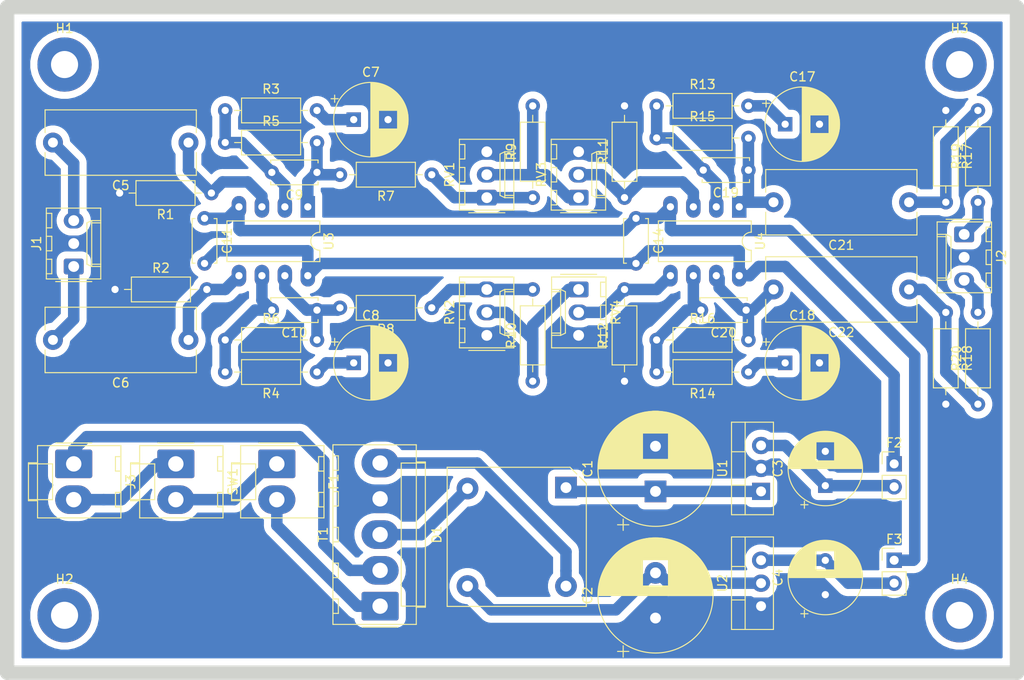
<source format=kicad_pcb>
(kicad_pcb (version 20171130) (host pcbnew 5.1.5+dfsg1-2build2)
  (layers (0 F.Cu signal) (31 B.Cu signal) (34 B.Paste user) (35 F.Paste user) (36 B.SilkS user) (37 F.SilkS user) (38 B.Mask user) (39 F.Mask user) (44 Edge.Cuts user))
  (net 0 "")
  (net 1 GND)
  (net 2 "Net-(C1-Pad1)")
  (net 3 "Net-(C2-Pad2)")
  (net 4 "Net-(C3-Pad1)")
  (net 5 "Net-(C4-Pad2)")
  (net 6 "Net-(C5-Pad2)")
  (net 7 "Net-(C5-Pad1)")
  (net 8 "Net-(C6-Pad2)")
  (net 9 "Net-(C6-Pad1)")
  (net 10 "Net-(C7-Pad1)")
  (net 11 "Net-(C8-Pad1)")
  (net 12 "Net-(C9-Pad2)")
  (net 13 "Net-(C9-Pad1)")
  (net 14 "Net-(C10-Pad2)")
  (net 15 "Net-(C10-Pad1)")
  (net 16 "/power supply/V+")
  (net 17 "/power supply/V-")
  (net 18 "Net-(C17-Pad1)")
  (net 19 "Net-(C18-Pad1)")
  (net 20 "Net-(C19-Pad2)")
  (net 21 "Net-(C19-Pad1)")
  (net 22 "Net-(C20-Pad2)")
  (net 23 "Net-(C20-Pad1)")
  (net 24 "Net-(C21-Pad1)")
  (net 25 "Net-(C22-Pad1)")
  (net 26 "Net-(D1-Pad2)")
  (net 27 "Net-(J2-Pad3)")
  (net 28 "Net-(J2-Pad1)")
  (net 29 "Net-(R7-Pad1)")
  (net 30 "Net-(R10-Pad2)")
  (net 31 "Net-(R9-Pad2)")
  (net 32 "Net-(R10-Pad1)")
  (net 33 "Net-(R11-Pad1)")
  (net 34 "Net-(R12-Pad2)")
  (net 35 "Net-(F1-Pad2)")
  (net 36 "Net-(F1-Pad1)")
  (net 37 "Net-(J3-Pad2)")
  (net 38 "Net-(J3-Pad1)")
  (net 39 "Net-(D1-Pad4)")
  (module Connector_Molex:Molex_KK-396_A-41791-0002_1x02_P3.96mm_Vertical (layer F.Cu) (at 94.996 107.696 270)
    (fp_text reference J3 (at 1.98 -6.31 90) (layer F.SilkS))
    (fp_text value Conn_01x02)
    (pad 2 thru_hole oval (at 3.96 0 270) (size 3.16 4.1) (drill 1.7) (layers *.Cu *.Mask) (net 37 "Net-(J3-Pad2)"))
    (pad 1 thru_hole roundrect (at 0 0 270) (size 3.16 4.1) (drill 1.7) (layers *.Cu *.Mask) (roundrect_rratio 0.079114) (net 38 "Net-(J3-Pad1)"))
  )
  (module Connector_Molex:Molex_KK-396_A-41791-0002_1x02_P3.96mm_Vertical (layer F.Cu) (at 117.475 107.696 270)
    (fp_text reference F1 (at 1.98 -6.31 90) (layer F.SilkS))
    (fp_text value "0.5 AMP")
    (pad 2 thru_hole oval (at 3.96 0 270) (size 3.16 4.1) (drill 1.7) (layers *.Cu *.Mask) (net 35 "Net-(F1-Pad2)"))
    (pad 1 thru_hole roundrect (at 0 0 270) (size 3.16 4.1) (drill 1.7) (layers *.Cu *.Mask) (roundrect_rratio 0.079114) (net 36 "Net-(F1-Pad1)"))
  )
  (module MountingHole:MountingHole_3mm_Pad (layer F.Cu) (at 193.04 124.46)
    (fp_text reference H4 (at 0 -4) (layer F.SilkS))
    (fp_text value MountingHole)
    (pad 1 thru_hole circle (at 0 0) (size 6 6) (drill 3) (layers *.Cu *.Mask))
  )
  (module MountingHole:MountingHole_3mm_Pad (layer F.Cu) (at 193.04 63.5)
    (fp_text reference H3 (at 0 -4) (layer F.SilkS))
    (fp_text value MountingHole)
    (pad 1 thru_hole circle (at 0 0) (size 6 6) (drill 3) (layers *.Cu *.Mask))
  )
  (module MountingHole:MountingHole_3mm_Pad (layer F.Cu) (at 93.98 124.46)
    (fp_text reference H2 (at 0 -4) (layer F.SilkS))
    (fp_text value MountingHole)
    (pad 1 thru_hole circle (at 0 0) (size 6 6) (drill 3) (layers *.Cu *.Mask))
  )
  (module MountingHole:MountingHole_3mm_Pad (layer F.Cu) (at 93.98 63.5)
    (fp_text reference H1 (at 0 -4) (layer F.SilkS))
    (fp_text value MountingHole)
    (pad 1 thru_hole circle (at 0 0) (size 6 6) (drill 3) (layers *.Cu *.Mask))
  )
  (module Connector_Molex:Molex_KK-254_AE-6410-03A_1x03_P2.54mm_Vertical (layer F.Cu) (at 150.876 88.392 270)
    (fp_text reference RV4 (at 2.54 -4.12 90) (layer F.SilkS))
    (fp_text value R_POT)
    (pad 3 thru_hole oval (at 5.08 0 270) (size 1.74 2.2) (drill 1.2) (layers *.Cu *.Mask) (net 1 GND))
    (pad 2 thru_hole oval (at 2.54 0 270) (size 1.74 2.2) (drill 1.2) (layers *.Cu *.Mask) (net 34 "Net-(R12-Pad2)"))
    (pad 1 thru_hole roundrect (at 0 0 270) (size 1.74 2.2) (drill 1.2) (layers *.Cu *.Mask) (roundrect_rratio 0.143678) (net 32 "Net-(R10-Pad1)"))
  )
  (module Connector_Molex:Molex_KK-254_AE-6410-03A_1x03_P2.54mm_Vertical (layer F.Cu) (at 150.876 78.232 90)
    (fp_text reference RV3 (at 2.54 -4.12 90) (layer F.SilkS))
    (fp_text value R_POT)
    (pad 3 thru_hole oval (at 5.08 0 90) (size 1.74 2.2) (drill 1.2) (layers *.Cu *.Mask) (net 1 GND))
    (pad 2 thru_hole oval (at 2.54 0 90) (size 1.74 2.2) (drill 1.2) (layers *.Cu *.Mask) (net 33 "Net-(R11-Pad1)"))
    (pad 1 thru_hole roundrect (at 0 0 90) (size 1.74 2.2) (drill 1.2) (layers *.Cu *.Mask) (roundrect_rratio 0.143678) (net 31 "Net-(R9-Pad2)"))
  )
  (module Connector_Molex:Molex_KK-254_AE-6410-03A_1x03_P2.54mm_Vertical (layer F.Cu) (at 140.716 93.472 90)
    (fp_text reference RV2 (at 2.54 -4.12 90) (layer F.SilkS))
    (fp_text value R_POT)
    (pad 3 thru_hole oval (at 5.08 0 90) (size 1.74 2.2) (drill 1.2) (layers *.Cu *.Mask) (net 30 "Net-(R10-Pad2)"))
    (pad 2 thru_hole oval (at 2.54 0 90) (size 1.74 2.2) (drill 1.2) (layers *.Cu *.Mask) (net 32 "Net-(R10-Pad1)"))
    (pad 1 thru_hole roundrect (at 0 0 90) (size 1.74 2.2) (drill 1.2) (layers *.Cu *.Mask) (roundrect_rratio 0.143678) (net 1 GND))
  )
  (module Connector_Molex:Molex_KK-254_AE-6410-03A_1x03_P2.54mm_Vertical (layer F.Cu) (at 140.716 78.232 90)
    (fp_text reference RV1 (at 2.54 -4.12 90) (layer F.SilkS))
    (fp_text value R_POT)
    (pad 3 thru_hole oval (at 5.08 0 90) (size 1.74 2.2) (drill 1.2) (layers *.Cu *.Mask) (net 1 GND))
    (pad 2 thru_hole oval (at 2.54 0 90) (size 1.74 2.2) (drill 1.2) (layers *.Cu *.Mask) (net 31 "Net-(R9-Pad2)"))
    (pad 1 thru_hole roundrect (at 0 0 90) (size 1.74 2.2) (drill 1.2) (layers *.Cu *.Mask) (roundrect_rratio 0.143678) (net 29 "Net-(R7-Pad1)"))
  )
  (module Connector_Molex:Molex_KK-396_A-41791-0005_1x05_P3.96mm_Vertical (layer F.Cu) (at 128.905 123.444 90)
    (fp_text reference T1 (at 7.92 -6.31 90) (layer F.SilkS))
    (fp_text value Transformer_1P_SS)
    (pad 5 thru_hole oval (at 15.84 0 90) (size 3.16 4.1) (drill 1.7) (layers *.Cu *.Mask) (net 39 "Net-(D1-Pad4)"))
    (pad 4 thru_hole oval (at 11.88 0 90) (size 3.16 4.1) (drill 1.7) (layers *.Cu *.Mask) (net 1 GND))
    (pad 3 thru_hole oval (at 7.92 0 90) (size 3.16 4.1) (drill 1.7) (layers *.Cu *.Mask) (net 26 "Net-(D1-Pad2)"))
    (pad 2 thru_hole oval (at 3.96 0 90) (size 3.16 4.1) (drill 1.7) (layers *.Cu *.Mask) (net 38 "Net-(J3-Pad1)"))
    (pad 1 thru_hole roundrect (at 0 0 90) (size 3.16 4.1) (drill 1.7) (layers *.Cu *.Mask) (roundrect_rratio 0.079114) (net 35 "Net-(F1-Pad2)"))
  )
  (module Connector_Molex:Molex_KK-396_A-41791-0002_1x02_P3.96mm_Vertical (layer F.Cu) (at 106.299 107.696 270)
    (fp_text reference SW1 (at 1.98 -6.31 90) (layer F.SilkS))
    (fp_text value SW_SPST)
    (pad 2 thru_hole oval (at 3.96 0 270) (size 3.16 4.1) (drill 1.7) (layers *.Cu *.Mask) (net 36 "Net-(F1-Pad1)"))
    (pad 1 thru_hole roundrect (at 0 0 270) (size 3.16 4.1) (drill 1.7) (layers *.Cu *.Mask) (roundrect_rratio 0.079114) (net 37 "Net-(J3-Pad2)"))
  )
  (module Package_DIP:DIP-8_W7.62mm_LongPads (layer F.Cu) (at 168.656 79.248 270)
    (fp_text reference U4 (at 3.81 -2.33 90) (layer F.SilkS))
    (fp_text value NE5532)
    (pad 8 thru_hole oval (at 7.62 0 270) (size 2.4 1.6) (drill 0.8) (layers *.Cu *.Mask) (net 16 "/power supply/V+"))
    (pad 4 thru_hole oval (at 0 7.62 270) (size 2.4 1.6) (drill 0.8) (layers *.Cu *.Mask) (net 17 "/power supply/V-"))
    (pad 7 thru_hole oval (at 7.62 2.54 270) (size 2.4 1.6) (drill 0.8) (layers *.Cu *.Mask) (net 23 "Net-(C20-Pad1)"))
    (pad 3 thru_hole oval (at 0 5.08 270) (size 2.4 1.6) (drill 0.8) (layers *.Cu *.Mask) (net 33 "Net-(R11-Pad1)"))
    (pad 6 thru_hole oval (at 7.62 5.08 270) (size 2.4 1.6) (drill 0.8) (layers *.Cu *.Mask) (net 22 "Net-(C20-Pad2)"))
    (pad 2 thru_hole oval (at 0 2.54 270) (size 2.4 1.6) (drill 0.8) (layers *.Cu *.Mask) (net 20 "Net-(C19-Pad2)"))
    (pad 5 thru_hole oval (at 7.62 7.62 270) (size 2.4 1.6) (drill 0.8) (layers *.Cu *.Mask) (net 34 "Net-(R12-Pad2)"))
    (pad 1 thru_hole rect (at 0 0 270) (size 2.4 1.6) (drill 0.8) (layers *.Cu *.Mask) (net 21 "Net-(C19-Pad1)"))
  )
  (module Package_DIP:DIP-8_W7.62mm_LongPads (layer F.Cu) (at 120.904 79.248 270)
    (fp_text reference U3 (at 3.81 -2.33 90) (layer F.SilkS))
    (fp_text value NE5532)
    (pad 8 thru_hole oval (at 7.62 0 270) (size 2.4 1.6) (drill 0.8) (layers *.Cu *.Mask) (net 16 "/power supply/V+"))
    (pad 4 thru_hole oval (at 0 7.62 270) (size 2.4 1.6) (drill 0.8) (layers *.Cu *.Mask) (net 17 "/power supply/V-"))
    (pad 7 thru_hole oval (at 7.62 2.54 270) (size 2.4 1.6) (drill 0.8) (layers *.Cu *.Mask) (net 15 "Net-(C10-Pad1)"))
    (pad 3 thru_hole oval (at 0 5.08 270) (size 2.4 1.6) (drill 0.8) (layers *.Cu *.Mask) (net 7 "Net-(C5-Pad1)"))
    (pad 6 thru_hole oval (at 7.62 5.08 270) (size 2.4 1.6) (drill 0.8) (layers *.Cu *.Mask) (net 14 "Net-(C10-Pad2)"))
    (pad 2 thru_hole oval (at 0 2.54 270) (size 2.4 1.6) (drill 0.8) (layers *.Cu *.Mask) (net 12 "Net-(C9-Pad2)"))
    (pad 5 thru_hole oval (at 7.62 7.62 270) (size 2.4 1.6) (drill 0.8) (layers *.Cu *.Mask) (net 9 "Net-(C6-Pad1)"))
    (pad 1 thru_hole rect (at 0 0 270) (size 2.4 1.6) (drill 0.8) (layers *.Cu *.Mask) (net 13 "Net-(C9-Pad1)"))
  )
  (module Package_TO_SOT_THT:TO-220-3_Vertical (layer F.Cu) (at 171.069 123.444 90)
    (fp_text reference U2 (at 2.54 -4.27 90) (layer F.SilkS))
    (fp_text value L7909)
    (pad 3 thru_hole oval (at 5.08 0 90) (size 1.905 2) (drill 1.1) (layers *.Cu *.Mask) (net 5 "Net-(C4-Pad2)"))
    (pad 2 thru_hole oval (at 2.54 0 90) (size 1.905 2) (drill 1.1) (layers *.Cu *.Mask) (net 3 "Net-(C2-Pad2)"))
    (pad 1 thru_hole rect (at 0 0 90) (size 1.905 2) (drill 1.1) (layers *.Cu *.Mask) (net 1 GND))
  )
  (module Package_TO_SOT_THT:TO-220-3_Vertical (layer F.Cu) (at 171.069 110.744 90)
    (fp_text reference U1 (at 2.54 -4.27 90) (layer F.SilkS))
    (fp_text value L7809)
    (pad 3 thru_hole oval (at 5.08 0 90) (size 1.905 2) (drill 1.1) (layers *.Cu *.Mask) (net 4 "Net-(C3-Pad1)"))
    (pad 2 thru_hole oval (at 2.54 0 90) (size 1.905 2) (drill 1.1) (layers *.Cu *.Mask) (net 1 GND))
    (pad 1 thru_hole rect (at 0 0 90) (size 1.905 2) (drill 1.1) (layers *.Cu *.Mask) (net 2 "Net-(C1-Pad1)"))
  )
  (module Resistor_THT:R_Axial_DIN0207_L6.3mm_D2.5mm_P10.16mm_Horizontal (layer F.Cu) (at 195.072 101.092 90)
    (fp_text reference R20 (at 5.08 -2.37 90) (layer F.SilkS))
    (fp_text value 100)
    (pad 2 thru_hole oval (at 10.16 0 90) (size 1.6 1.6) (drill 0.8) (layers *.Cu *.Mask) (net 27 "Net-(J2-Pad3)"))
    (pad 1 thru_hole circle (at 0 0 90) (size 1.6 1.6) (drill 0.8) (layers *.Cu *.Mask) (net 25 "Net-(C22-Pad1)"))
  )
  (module Resistor_THT:R_Axial_DIN0207_L6.3mm_D2.5mm_P10.16mm_Horizontal (layer F.Cu) (at 195.072 78.74 90)
    (fp_text reference R19 (at 5.08 -2.37 90) (layer F.SilkS))
    (fp_text value 100)
    (pad 2 thru_hole oval (at 10.16 0 90) (size 1.6 1.6) (drill 0.8) (layers *.Cu *.Mask) (net 24 "Net-(C21-Pad1)"))
    (pad 1 thru_hole circle (at 0 0 90) (size 1.6 1.6) (drill 0.8) (layers *.Cu *.Mask) (net 28 "Net-(J2-Pad1)"))
  )
  (module Resistor_THT:R_Axial_DIN0207_L6.3mm_D2.5mm_P10.16mm_Horizontal (layer F.Cu) (at 191.516 90.932 270)
    (fp_text reference R18 (at 5.08 -2.37 90) (layer F.SilkS))
    (fp_text value 100K)
    (pad 2 thru_hole oval (at 10.16 0 270) (size 1.6 1.6) (drill 0.8) (layers *.Cu *.Mask) (net 1 GND))
    (pad 1 thru_hole circle (at 0 0 270) (size 1.6 1.6) (drill 0.8) (layers *.Cu *.Mask) (net 25 "Net-(C22-Pad1)"))
  )
  (module Resistor_THT:R_Axial_DIN0207_L6.3mm_D2.5mm_P10.16mm_Horizontal (layer F.Cu) (at 191.516 68.58 270)
    (fp_text reference R17 (at 5.08 -2.37 90) (layer F.SilkS))
    (fp_text value 100K)
    (pad 2 thru_hole oval (at 10.16 0 270) (size 1.6 1.6) (drill 0.8) (layers *.Cu *.Mask) (net 24 "Net-(C21-Pad1)"))
    (pad 1 thru_hole circle (at 0 0 270) (size 1.6 1.6) (drill 0.8) (layers *.Cu *.Mask) (net 1 GND))
  )
  (module Resistor_THT:R_Axial_DIN0207_L6.3mm_D2.5mm_P10.16mm_Horizontal (layer F.Cu) (at 159.512 93.98)
    (fp_text reference R16 (at 5.08 -2.37) (layer F.SilkS))
    (fp_text value 15K)
    (pad 2 thru_hole oval (at 10.16 0) (size 1.6 1.6) (drill 0.8) (layers *.Cu *.Mask) (net 23 "Net-(C20-Pad1)"))
    (pad 1 thru_hole circle (at 0 0) (size 1.6 1.6) (drill 0.8) (layers *.Cu *.Mask) (net 22 "Net-(C20-Pad2)"))
  )
  (module Resistor_THT:R_Axial_DIN0207_L6.3mm_D2.5mm_P10.16mm_Horizontal (layer F.Cu) (at 159.512 71.628)
    (fp_text reference R15 (at 5.08 -2.37) (layer F.SilkS))
    (fp_text value 15K)
    (pad 2 thru_hole oval (at 10.16 0) (size 1.6 1.6) (drill 0.8) (layers *.Cu *.Mask) (net 21 "Net-(C19-Pad1)"))
    (pad 1 thru_hole circle (at 0 0) (size 1.6 1.6) (drill 0.8) (layers *.Cu *.Mask) (net 20 "Net-(C19-Pad2)"))
  )
  (module Resistor_THT:R_Axial_DIN0207_L6.3mm_D2.5mm_P10.16mm_Horizontal (layer F.Cu) (at 169.672 97.536 180)
    (fp_text reference R14 (at 5.08 -2.37) (layer F.SilkS))
    (fp_text value 10K)
    (pad 2 thru_hole oval (at 10.16 0 180) (size 1.6 1.6) (drill 0.8) (layers *.Cu *.Mask) (net 22 "Net-(C20-Pad2)"))
    (pad 1 thru_hole circle (at 0 0 180) (size 1.6 1.6) (drill 0.8) (layers *.Cu *.Mask) (net 19 "Net-(C18-Pad1)"))
  )
  (module Resistor_THT:R_Axial_DIN0207_L6.3mm_D2.5mm_P10.16mm_Horizontal (layer F.Cu) (at 159.512 68.072)
    (fp_text reference R13 (at 5.08 -2.37) (layer F.SilkS))
    (fp_text value 10K)
    (pad 2 thru_hole oval (at 10.16 0) (size 1.6 1.6) (drill 0.8) (layers *.Cu *.Mask) (net 18 "Net-(C17-Pad1)"))
    (pad 1 thru_hole circle (at 0 0) (size 1.6 1.6) (drill 0.8) (layers *.Cu *.Mask) (net 20 "Net-(C19-Pad2)"))
  )
  (module Resistor_THT:R_Axial_DIN0207_L6.3mm_D2.5mm_P10.16mm_Horizontal (layer F.Cu) (at 155.956 98.552 90)
    (fp_text reference R12 (at 5.08 -2.37 90) (layer F.SilkS))
    (fp_text value 10K)
    (pad 2 thru_hole oval (at 10.16 0 90) (size 1.6 1.6) (drill 0.8) (layers *.Cu *.Mask) (net 34 "Net-(R12-Pad2)"))
    (pad 1 thru_hole circle (at 0 0 90) (size 1.6 1.6) (drill 0.8) (layers *.Cu *.Mask) (net 1 GND))
  )
  (module Resistor_THT:R_Axial_DIN0207_L6.3mm_D2.5mm_P10.16mm_Horizontal (layer F.Cu) (at 155.956 78.232 90)
    (fp_text reference R11 (at 5.08 -2.37 90) (layer F.SilkS))
    (fp_text value 10K)
    (pad 2 thru_hole oval (at 10.16 0 90) (size 1.6 1.6) (drill 0.8) (layers *.Cu *.Mask) (net 1 GND))
    (pad 1 thru_hole circle (at 0 0 90) (size 1.6 1.6) (drill 0.8) (layers *.Cu *.Mask) (net 33 "Net-(R11-Pad1)"))
  )
  (module Resistor_THT:R_Axial_DIN0207_L6.3mm_D2.5mm_P10.16mm_Horizontal (layer F.Cu) (at 145.796 98.552 90)
    (fp_text reference R10 (at 5.08 -2.37 90) (layer F.SilkS))
    (fp_text value 1K5)
    (pad 2 thru_hole oval (at 10.16 0 90) (size 1.6 1.6) (drill 0.8) (layers *.Cu *.Mask) (net 30 "Net-(R10-Pad2)"))
    (pad 1 thru_hole circle (at 0 0 90) (size 1.6 1.6) (drill 0.8) (layers *.Cu *.Mask) (net 32 "Net-(R10-Pad1)"))
  )
  (module Resistor_THT:R_Axial_DIN0207_L6.3mm_D2.5mm_P10.16mm_Horizontal (layer F.Cu) (at 145.796 78.232 90)
    (fp_text reference R9 (at 5.08 -2.37 90) (layer F.SilkS))
    (fp_text value 1K5)
    (pad 2 thru_hole oval (at 10.16 0 90) (size 1.6 1.6) (drill 0.8) (layers *.Cu *.Mask) (net 31 "Net-(R9-Pad2)"))
    (pad 1 thru_hole circle (at 0 0 90) (size 1.6 1.6) (drill 0.8) (layers *.Cu *.Mask) (net 29 "Net-(R7-Pad1)"))
  )
  (module Resistor_THT:R_Axial_DIN0207_L6.3mm_D2.5mm_P10.16mm_Horizontal (layer F.Cu) (at 134.62 90.424 180)
    (fp_text reference R8 (at 5.08 -2.37) (layer F.SilkS))
    (fp_text value 150)
    (pad 2 thru_hole oval (at 10.16 0 180) (size 1.6 1.6) (drill 0.8) (layers *.Cu *.Mask) (net 15 "Net-(C10-Pad1)"))
    (pad 1 thru_hole circle (at 0 0 180) (size 1.6 1.6) (drill 0.8) (layers *.Cu *.Mask) (net 30 "Net-(R10-Pad2)"))
  )
  (module Resistor_THT:R_Axial_DIN0207_L6.3mm_D2.5mm_P10.16mm_Horizontal (layer F.Cu) (at 134.62 75.692 180)
    (fp_text reference R7 (at 5.08 -2.37) (layer F.SilkS))
    (fp_text value 150)
    (pad 2 thru_hole oval (at 10.16 0 180) (size 1.6 1.6) (drill 0.8) (layers *.Cu *.Mask) (net 13 "Net-(C9-Pad1)"))
    (pad 1 thru_hole circle (at 0 0 180) (size 1.6 1.6) (drill 0.8) (layers *.Cu *.Mask) (net 29 "Net-(R7-Pad1)"))
  )
  (module Resistor_THT:R_Axial_DIN0207_L6.3mm_D2.5mm_P10.16mm_Horizontal (layer F.Cu) (at 111.76 93.98)
    (fp_text reference R6 (at 5.08 -2.37) (layer F.SilkS))
    (fp_text value 22K)
    (pad 2 thru_hole oval (at 10.16 0) (size 1.6 1.6) (drill 0.8) (layers *.Cu *.Mask) (net 15 "Net-(C10-Pad1)"))
    (pad 1 thru_hole circle (at 0 0) (size 1.6 1.6) (drill 0.8) (layers *.Cu *.Mask) (net 14 "Net-(C10-Pad2)"))
  )
  (module Resistor_THT:R_Axial_DIN0207_L6.3mm_D2.5mm_P10.16mm_Horizontal (layer F.Cu) (at 111.76 72.136)
    (fp_text reference R5 (at 5.08 -2.37) (layer F.SilkS))
    (fp_text value 22K)
    (pad 2 thru_hole oval (at 10.16 0) (size 1.6 1.6) (drill 0.8) (layers *.Cu *.Mask) (net 13 "Net-(C9-Pad1)"))
    (pad 1 thru_hole circle (at 0 0) (size 1.6 1.6) (drill 0.8) (layers *.Cu *.Mask) (net 12 "Net-(C9-Pad2)"))
  )
  (module Resistor_THT:R_Axial_DIN0207_L6.3mm_D2.5mm_P10.16mm_Horizontal (layer F.Cu) (at 121.92 97.536 180)
    (fp_text reference R4 (at 5.08 -2.37) (layer F.SilkS))
    (fp_text value 10K)
    (pad 2 thru_hole oval (at 10.16 0 180) (size 1.6 1.6) (drill 0.8) (layers *.Cu *.Mask) (net 14 "Net-(C10-Pad2)"))
    (pad 1 thru_hole circle (at 0 0 180) (size 1.6 1.6) (drill 0.8) (layers *.Cu *.Mask) (net 11 "Net-(C8-Pad1)"))
  )
  (module Resistor_THT:R_Axial_DIN0207_L6.3mm_D2.5mm_P10.16mm_Horizontal (layer F.Cu) (at 111.76 68.58)
    (fp_text reference R3 (at 5.08 -2.37) (layer F.SilkS))
    (fp_text value 10K)
    (pad 2 thru_hole oval (at 10.16 0) (size 1.6 1.6) (drill 0.8) (layers *.Cu *.Mask) (net 10 "Net-(C7-Pad1)"))
    (pad 1 thru_hole circle (at 0 0) (size 1.6 1.6) (drill 0.8) (layers *.Cu *.Mask) (net 12 "Net-(C9-Pad2)"))
  )
  (module Resistor_THT:R_Axial_DIN0207_L6.3mm_D2.5mm_P10.16mm_Horizontal (layer F.Cu) (at 99.568 88.392)
    (fp_text reference R2 (at 5.08 -2.37) (layer F.SilkS))
    (fp_text value 1M)
    (pad 2 thru_hole oval (at 10.16 0) (size 1.6 1.6) (drill 0.8) (layers *.Cu *.Mask) (net 9 "Net-(C6-Pad1)"))
    (pad 1 thru_hole circle (at 0 0) (size 1.6 1.6) (drill 0.8) (layers *.Cu *.Mask) (net 1 GND))
  )
  (module Resistor_THT:R_Axial_DIN0207_L6.3mm_D2.5mm_P10.16mm_Horizontal (layer F.Cu) (at 110.236 77.724 180)
    (fp_text reference R1 (at 5.08 -2.37) (layer F.SilkS))
    (fp_text value 1M)
    (pad 2 thru_hole oval (at 10.16 0 180) (size 1.6 1.6) (drill 0.8) (layers *.Cu *.Mask) (net 1 GND))
    (pad 1 thru_hole circle (at 0 0 180) (size 1.6 1.6) (drill 0.8) (layers *.Cu *.Mask) (net 7 "Net-(C5-Pad1)"))
  )
  (module Connector_Molex:Molex_KK-254_AE-6410-03A_1x03_P2.54mm_Vertical (layer F.Cu) (at 193.548 82.296 270)
    (fp_text reference J2 (at 2.54 -4.12 90) (layer F.SilkS))
    (fp_text value Conn_01x03)
    (pad 3 thru_hole oval (at 5.08 0 270) (size 1.74 2.2) (drill 1.2) (layers *.Cu *.Mask) (net 27 "Net-(J2-Pad3)"))
    (pad 2 thru_hole oval (at 2.54 0 270) (size 1.74 2.2) (drill 1.2) (layers *.Cu *.Mask) (net 1 GND))
    (pad 1 thru_hole roundrect (at 0 0 270) (size 1.74 2.2) (drill 1.2) (layers *.Cu *.Mask) (roundrect_rratio 0.143678) (net 28 "Net-(J2-Pad1)"))
  )
  (module Connector_Molex:Molex_KK-254_AE-6410-03A_1x03_P2.54mm_Vertical (layer F.Cu) (at 94.996 85.852 90)
    (fp_text reference J1 (at 2.54 -4.12 90) (layer F.SilkS))
    (fp_text value Conn_01x03)
    (pad 3 thru_hole oval (at 5.08 0 90) (size 1.74 2.2) (drill 1.2) (layers *.Cu *.Mask) (net 6 "Net-(C5-Pad2)"))
    (pad 2 thru_hole oval (at 2.54 0 90) (size 1.74 2.2) (drill 1.2) (layers *.Cu *.Mask) (net 1 GND))
    (pad 1 thru_hole roundrect (at 0 0 90) (size 1.74 2.2) (drill 1.2) (layers *.Cu *.Mask) (roundrect_rratio 0.143678) (net 8 "Net-(C6-Pad2)"))
  )
  (module Connector_PinHeader_2.54mm:PinHeader_1x02_P2.54mm_Vertical (layer F.Cu) (at 185.801 118.364)
    (fp_text reference F3 (at 0 -2.33) (layer F.SilkS))
    (fp_text value "0.1 AMP")
    (pad 2 thru_hole oval (at 0 2.54) (size 1.7 1.7) (drill 1) (layers *.Cu *.Mask) (net 5 "Net-(C4-Pad2)"))
    (pad 1 thru_hole rect (at 0 0) (size 1.7 1.7) (drill 1) (layers *.Cu *.Mask) (net 17 "/power supply/V-"))
  )
  (module Connector_PinHeader_2.54mm:PinHeader_1x02_P2.54mm_Vertical (layer F.Cu) (at 185.801 107.696)
    (fp_text reference F2 (at 0 -2.33) (layer F.SilkS))
    (fp_text value "0.1 AMP")
    (pad 2 thru_hole oval (at 0 2.54) (size 1.7 1.7) (drill 1) (layers *.Cu *.Mask) (net 4 "Net-(C3-Pad1)"))
    (pad 1 thru_hole rect (at 0 0) (size 1.7 1.7) (drill 1) (layers *.Cu *.Mask) (net 16 "/power supply/V+"))
  )
  (module Diode_THT:Diode_Bridge_15.1x15.1x6.3mm_P10.9mm (layer F.Cu) (at 149.479 110.324 270)
    (fp_text reference D1 (at 5.2 14.3 270) (layer F.SilkS))
    (fp_text value D_Bridge_+AA-)
    (pad 2 thru_hole circle (at 0.1 10.9 90) (size 2.4 2.4) (drill 1.2) (layers *.Cu *.Mask) (net 26 "Net-(D1-Pad2)"))
    (pad 1 thru_hole rect (at 0 0 90) (size 2.4 2.4) (drill 1.2) (layers *.Cu *.Mask) (net 2 "Net-(C1-Pad1)"))
    (pad 4 thru_hole circle (at 10.9 0 90) (size 2.4 2.4) (drill 1.2) (layers *.Cu *.Mask) (net 39 "Net-(D1-Pad4)"))
    (pad 3 thru_hole circle (at 10.9 10.9 90) (size 2.4 2.4) (drill 1.2) (layers *.Cu *.Mask) (net 3 "Net-(C2-Pad2)"))
  )
  (module Capacitor_THT:C_Rect_L16.5mm_W7.0mm_P15.00mm_MKT (layer F.Cu) (at 187.452 88.392 180)
    (fp_text reference C22 (at 7.5 -4.75) (layer F.SilkS))
    (fp_text value 1UF)
    (pad 2 thru_hole circle (at 15 0 180) (size 2.2 2.2) (drill 1.1) (layers *.Cu *.Mask) (net 23 "Net-(C20-Pad1)"))
    (pad 1 thru_hole circle (at 0 0 180) (size 2.2 2.2) (drill 1.1) (layers *.Cu *.Mask) (net 25 "Net-(C22-Pad1)"))
  )
  (module Capacitor_THT:C_Rect_L16.5mm_W7.0mm_P15.00mm_MKT (layer F.Cu) (at 187.452 78.74 180)
    (fp_text reference C21 (at 7.5 -4.75) (layer F.SilkS))
    (fp_text value 1UF)
    (pad 2 thru_hole circle (at 15 0 180) (size 2.2 2.2) (drill 1.1) (layers *.Cu *.Mask) (net 21 "Net-(C19-Pad1)"))
    (pad 1 thru_hole circle (at 0 0 180) (size 2.2 2.2) (drill 1.1) (layers *.Cu *.Mask) (net 24 "Net-(C21-Pad1)"))
  )
  (module Capacitor_THT:C_Disc_D5.0mm_W2.5mm_P5.00mm (layer F.Cu) (at 169.418 90.678 180)
    (fp_text reference C20 (at 2.5 -2.5) (layer F.SilkS))
    (fp_text value 22pf)
    (pad 2 thru_hole circle (at 5 0 180) (size 1.6 1.6) (drill 0.8) (layers *.Cu *.Mask) (net 22 "Net-(C20-Pad2)"))
    (pad 1 thru_hole circle (at 0 0 180) (size 1.6 1.6) (drill 0.8) (layers *.Cu *.Mask) (net 23 "Net-(C20-Pad1)"))
  )
  (module Capacitor_THT:C_Disc_D5.0mm_W2.5mm_P5.00mm (layer F.Cu) (at 169.672 75.184 180)
    (fp_text reference C19 (at 2.5 -2.5) (layer F.SilkS))
    (fp_text value 22pf)
    (pad 2 thru_hole circle (at 5 0 180) (size 1.6 1.6) (drill 0.8) (layers *.Cu *.Mask) (net 20 "Net-(C19-Pad2)"))
    (pad 1 thru_hole circle (at 0 0 180) (size 1.6 1.6) (drill 0.8) (layers *.Cu *.Mask) (net 21 "Net-(C19-Pad1)"))
  )
  (module Capacitor_THT:CP_Radial_D8.0mm_P3.80mm (layer F.Cu) (at 173.736 96.52)
    (fp_text reference C18 (at 1.9 -5.25) (layer F.SilkS))
    (fp_text value 10UF)
    (pad 2 thru_hole circle (at 3.8 0) (size 1.6 1.6) (drill 0.8) (layers *.Cu *.Mask) (net 1 GND))
    (pad 1 thru_hole rect (at 0 0) (size 1.6 1.6) (drill 0.8) (layers *.Cu *.Mask) (net 19 "Net-(C18-Pad1)"))
  )
  (module Capacitor_THT:CP_Radial_D8.0mm_P3.80mm (layer F.Cu) (at 173.736 70.104)
    (fp_text reference C17 (at 1.9 -5.25) (layer F.SilkS))
    (fp_text value 10UF)
    (pad 2 thru_hole circle (at 3.8 0) (size 1.6 1.6) (drill 0.8) (layers *.Cu *.Mask) (net 1 GND))
    (pad 1 thru_hole rect (at 0 0) (size 1.6 1.6) (drill 0.8) (layers *.Cu *.Mask) (net 18 "Net-(C17-Pad1)"))
  )
  (module Capacitor_THT:C_Disc_D4.7mm_W2.5mm_P5.00mm (layer F.Cu) (at 157.226 80.518 270)
    (fp_text reference C14 (at 2.5 -2.5 90) (layer F.SilkS))
    (fp_text value 0.1UF)
    (pad 2 thru_hole circle (at 5 0 270) (size 1.6 1.6) (drill 0.8) (layers *.Cu *.Mask) (net 16 "/power supply/V+"))
    (pad 1 thru_hole circle (at 0 0 270) (size 1.6 1.6) (drill 0.8) (layers *.Cu *.Mask) (net 17 "/power supply/V-"))
  )
  (module Capacitor_THT:C_Disc_D4.7mm_W2.5mm_P5.00mm (layer F.Cu) (at 109.474 80.518 270)
    (fp_text reference C11 (at 2.5 -2.5 90) (layer F.SilkS))
    (fp_text value 0.1UF)
    (pad 2 thru_hole circle (at 5 0 270) (size 1.6 1.6) (drill 0.8) (layers *.Cu *.Mask) (net 16 "/power supply/V+"))
    (pad 1 thru_hole circle (at 0 0 270) (size 1.6 1.6) (drill 0.8) (layers *.Cu *.Mask) (net 17 "/power supply/V-"))
  )
  (module Capacitor_THT:C_Disc_D5.0mm_W2.5mm_P5.00mm (layer F.Cu) (at 121.92 90.678 180)
    (fp_text reference C10 (at 2.5 -2.5) (layer F.SilkS))
    (fp_text value 22pf)
    (pad 2 thru_hole circle (at 5 0 180) (size 1.6 1.6) (drill 0.8) (layers *.Cu *.Mask) (net 14 "Net-(C10-Pad2)"))
    (pad 1 thru_hole circle (at 0 0 180) (size 1.6 1.6) (drill 0.8) (layers *.Cu *.Mask) (net 15 "Net-(C10-Pad1)"))
  )
  (module Capacitor_THT:C_Disc_D5.0mm_W2.5mm_P5.00mm (layer F.Cu) (at 121.92 75.438 180)
    (fp_text reference C9 (at 2.5 -2.5) (layer F.SilkS))
    (fp_text value 22pf)
    (pad 2 thru_hole circle (at 5 0 180) (size 1.6 1.6) (drill 0.8) (layers *.Cu *.Mask) (net 12 "Net-(C9-Pad2)"))
    (pad 1 thru_hole circle (at 0 0 180) (size 1.6 1.6) (drill 0.8) (layers *.Cu *.Mask) (net 13 "Net-(C9-Pad1)"))
  )
  (module Capacitor_THT:CP_Radial_D8.0mm_P3.80mm (layer F.Cu) (at 125.984 96.52)
    (fp_text reference C8 (at 1.9 -5.25) (layer F.SilkS))
    (fp_text value 10UF)
    (pad 2 thru_hole circle (at 3.8 0) (size 1.6 1.6) (drill 0.8) (layers *.Cu *.Mask) (net 1 GND))
    (pad 1 thru_hole rect (at 0 0) (size 1.6 1.6) (drill 0.8) (layers *.Cu *.Mask) (net 11 "Net-(C8-Pad1)"))
  )
  (module Capacitor_THT:CP_Radial_D8.0mm_P3.80mm (layer F.Cu) (at 125.984 69.596)
    (fp_text reference C7 (at 1.9 -5.25) (layer F.SilkS))
    (fp_text value 10UF)
    (pad 2 thru_hole circle (at 3.8 0) (size 1.6 1.6) (drill 0.8) (layers *.Cu *.Mask) (net 1 GND))
    (pad 1 thru_hole rect (at 0 0) (size 1.6 1.6) (drill 0.8) (layers *.Cu *.Mask) (net 10 "Net-(C7-Pad1)"))
  )
  (module Capacitor_THT:C_Rect_L16.5mm_W7.0mm_P15.00mm_MKT (layer F.Cu) (at 107.696 93.98 180)
    (fp_text reference C6 (at 7.5 -4.75) (layer F.SilkS))
    (fp_text value 1UF)
    (pad 2 thru_hole circle (at 15 0 180) (size 2.2 2.2) (drill 1.1) (layers *.Cu *.Mask) (net 8 "Net-(C6-Pad2)"))
    (pad 1 thru_hole circle (at 0 0 180) (size 2.2 2.2) (drill 1.1) (layers *.Cu *.Mask) (net 9 "Net-(C6-Pad1)"))
  )
  (module Capacitor_THT:C_Rect_L16.5mm_W7.0mm_P15.00mm_MKT (layer F.Cu) (at 107.696 72.136 180)
    (fp_text reference C5 (at 7.5 -4.75) (layer F.SilkS))
    (fp_text value 1UF)
    (pad 2 thru_hole circle (at 15 0 180) (size 2.2 2.2) (drill 1.1) (layers *.Cu *.Mask) (net 6 "Net-(C5-Pad2)"))
    (pad 1 thru_hole circle (at 0 0 180) (size 2.2 2.2) (drill 1.1) (layers *.Cu *.Mask) (net 7 "Net-(C5-Pad1)"))
  )
  (module Capacitor_THT:CP_Radial_D8.0mm_P3.80mm (layer F.Cu) (at 178.181 122.174 90)
    (fp_text reference C4 (at 1.9 -5.25 90) (layer F.SilkS))
    (fp_text value 47uF)
    (pad 2 thru_hole circle (at 3.8 0 90) (size 1.6 1.6) (drill 0.8) (layers *.Cu *.Mask) (net 5 "Net-(C4-Pad2)"))
    (pad 1 thru_hole rect (at 0 0 90) (size 1.6 1.6) (drill 0.8) (layers *.Cu *.Mask) (net 1 GND))
  )
  (module Capacitor_THT:CP_Radial_D8.0mm_P3.80mm (layer F.Cu) (at 178.181 110.109 90)
    (fp_text reference C3 (at 1.9 -5.25 90) (layer F.SilkS))
    (fp_text value 47uF)
    (pad 2 thru_hole circle (at 3.8 0 90) (size 1.6 1.6) (drill 0.8) (layers *.Cu *.Mask) (net 1 GND))
    (pad 1 thru_hole rect (at 0 0 90) (size 1.6 1.6) (drill 0.8) (layers *.Cu *.Mask) (net 4 "Net-(C3-Pad1)"))
  )
  (module Capacitor_THT:CP_Radial_D12.5mm_P5.00mm (layer F.Cu) (at 159.385 124.761 90)
    (fp_text reference C2 (at 2.5 -7.5 90) (layer F.SilkS))
    (fp_text value 1000uF)
    (pad 2 thru_hole circle (at 5 0 90) (size 2.4 2.4) (drill 1.2) (layers *.Cu *.Mask) (net 3 "Net-(C2-Pad2)"))
    (pad 1 thru_hole rect (at 0 0 90) (size 2.4 2.4) (drill 1.2) (layers *.Cu *.Mask) (net 1 GND))
  )
  (module Capacitor_THT:CP_Radial_D12.5mm_P5.00mm (layer F.Cu) (at 159.385 110.744 90)
    (fp_text reference C1 (at 2.5 -7.5 90) (layer F.SilkS))
    (fp_text value 1000uF)
    (pad 2 thru_hole circle (at 5 0 90) (size 2.4 2.4) (drill 1.2) (layers *.Cu *.Mask) (net 1 GND))
    (pad 1 thru_hole rect (at 0 0 90) (size 2.4 2.4) (drill 1.2) (layers *.Cu *.Mask) (net 2 "Net-(C1-Pad1)"))
  )
  (gr_line (start 199.39 57.15) (end 87.63 57.15) (layer Edge.Cuts) (width 1.5875))
  (gr_line (start 199.39 130.81) (end 199.39 57.15) (layer Edge.Cuts) (width 1.5875))
  (gr_line (start 87.63 130.81) (end 199.39 130.81) (layer Edge.Cuts) (width 1.5875))
  (gr_line (start 87.63 57.15) (end 87.63 130.81) (layer Edge.Cuts) (width 1.5875))
  (segment (start 158.965 110.324) (end 159.385 110.744) (width 1.27) (layer B.Cu) (net 2))
  (segment (start 159.385 110.744) (end 171.069 110.744) (width 1.27) (layer B.Cu) (net 2))
  (segment (start 149.899 110.744) (end 149.479 110.324) (width 1.27) (layer B.Cu) (net 2))
  (segment (start 159.385 110.744) (end 149.899 110.744) (width 1.27) (layer B.Cu) (net 2))
  (segment (start 157.621 121.224) (end 159.385 119.46) (width 1.27) (layer B.Cu) (net 3))
  (segment (start 160.829 120.904) (end 171.069 120.904) (width 1.27) (layer B.Cu) (net 3))
  (segment (start 159.385 119.46) (end 160.829 120.904) (width 1.27) (layer B.Cu) (net 3))
  (segment (start 158.185001 120.659999) (end 159.385 119.46) (width 1.27) (layer B.Cu) (net 3))
  (segment (start 141.207751 123.852751) (end 154.992249 123.852751) (width 1.27) (layer B.Cu) (net 3))
  (segment (start 154.992249 123.852751) (end 158.185001 120.659999) (width 1.27) (layer B.Cu) (net 3))
  (segment (start 138.579 121.224) (end 141.207751 123.852751) (width 1.27) (layer B.Cu) (net 3))
  (segment (start 173.736 105.664) (end 178.181 110.109) (width 1.27) (layer B.Cu) (net 4))
  (segment (start 171.069 105.664) (end 173.736 105.664) (width 1.27) (layer B.Cu) (net 4))
  (segment (start 185.674 110.109) (end 185.801 110.236) (width 1.27) (layer B.Cu) (net 4))
  (segment (start 178.181 110.109) (end 185.674 110.109) (width 1.27) (layer B.Cu) (net 4))
  (segment (start 178.171 118.364) (end 178.181 118.374) (width 1.27) (layer B.Cu) (net 5))
  (segment (start 171.069 118.364) (end 178.171 118.364) (width 1.27) (layer B.Cu) (net 5))
  (segment (start 180.711 120.904) (end 185.801 120.904) (width 1.27) (layer B.Cu) (net 5))
  (segment (start 178.181 118.374) (end 180.711 120.904) (width 1.27) (layer B.Cu) (net 5))
  (segment (start 94.996 74.436) (end 92.696 72.136) (width 1.27) (layer B.Cu) (net 6))
  (segment (start 94.996 80.772) (end 94.996 74.436) (width 1.27) (layer B.Cu) (net 6))
  (segment (start 107.696 75.184) (end 110.236 77.724) (width 1.27) (layer B.Cu) (net 7))
  (segment (start 107.696 72.136) (end 107.696 75.184) (width 1.27) (layer B.Cu) (net 7))
  (segment (start 111.46776 76.49224) (end 111.035999 76.924001) (width 1.27) (layer B.Cu) (net 7))
  (segment (start 114.259787 76.49224) (end 111.46776 76.49224) (width 1.27) (layer B.Cu) (net 7))
  (segment (start 115.824 78.056453) (end 114.259787 76.49224) (width 1.27) (layer B.Cu) (net 7))
  (segment (start 111.035999 76.924001) (end 110.236 77.724) (width 1.27) (layer B.Cu) (net 7))
  (segment (start 115.824 79.248) (end 115.824 78.056453) (width 1.27) (layer B.Cu) (net 7))
  (segment (start 94.996 91.68) (end 92.696 93.98) (width 1.27) (layer B.Cu) (net 8))
  (segment (start 94.996 85.852) (end 94.996 91.68) (width 1.27) (layer B.Cu) (net 8))
  (segment (start 111.76 88.392) (end 109.728 88.392) (width 1.27) (layer B.Cu) (net 9))
  (segment (start 113.284 86.868) (end 111.76 88.392) (width 1.27) (layer B.Cu) (net 9))
  (segment (start 107.696 90.424) (end 107.696 93.98) (width 1.27) (layer B.Cu) (net 9))
  (segment (start 109.728 88.392) (end 107.696 90.424) (width 1.27) (layer B.Cu) (net 9))
  (segment (start 122.936 69.596) (end 121.92 68.58) (width 1.27) (layer B.Cu) (net 10))
  (segment (start 125.984 69.596) (end 122.936 69.596) (width 1.27) (layer B.Cu) (net 10))
  (segment (start 122.936 96.52) (end 121.92 97.536) (width 1.27) (layer B.Cu) (net 11))
  (segment (start 125.984 96.52) (end 122.936 96.52) (width 1.27) (layer B.Cu) (net 11))
  (segment (start 111.76 72.136) (end 111.76 68.58) (width 1.27) (layer B.Cu) (net 12))
  (segment (start 118.364 76.882) (end 116.92 75.438) (width 1.27) (layer B.Cu) (net 12))
  (segment (start 118.364 79.248) (end 118.364 76.882) (width 1.27) (layer B.Cu) (net 12))
  (segment (start 113.618 72.136) (end 111.76 72.136) (width 1.27) (layer B.Cu) (net 12))
  (segment (start 116.92 75.438) (end 113.618 72.136) (width 1.27) (layer B.Cu) (net 12))
  (segment (start 120.904 76.454) (end 121.92 75.438) (width 1.27) (layer B.Cu) (net 13))
  (segment (start 120.904 79.248) (end 120.904 76.454) (width 1.27) (layer B.Cu) (net 13))
  (segment (start 121.92 72.136) (end 121.92 75.438) (width 1.27) (layer B.Cu) (net 13))
  (segment (start 122.174 75.692) (end 121.92 75.438) (width 1.27) (layer B.Cu) (net 13))
  (segment (start 124.46 75.692) (end 122.174 75.692) (width 1.27) (layer B.Cu) (net 13))
  (segment (start 115.904 86.948) (end 115.824 86.868) (width 1.27) (layer B.Cu) (net 14))
  (segment (start 115.062 90.678) (end 111.76 93.98) (width 1.27) (layer B.Cu) (net 14))
  (segment (start 116.92 90.678) (end 115.062 90.678) (width 1.27) (layer B.Cu) (net 14))
  (segment (start 111.76 93.98) (end 111.76 97.536) (width 1.27) (layer B.Cu) (net 14))
  (segment (start 115.824 89.582) (end 115.824 86.868) (width 1.27) (layer B.Cu) (net 14))
  (segment (start 116.92 90.678) (end 115.824 89.582) (width 1.27) (layer B.Cu) (net 14))
  (segment (start 121.92 93.98) (end 121.92 90.678) (width 1.27) (layer B.Cu) (net 15))
  (segment (start 120.78863 90.678) (end 121.92 90.678) (width 1.27) (layer B.Cu) (net 15))
  (segment (start 118.364 88.25337) (end 120.78863 90.678) (width 1.27) (layer B.Cu) (net 15))
  (segment (start 118.364 86.868) (end 118.364 88.25337) (width 1.27) (layer B.Cu) (net 15))
  (segment (start 124.206 90.678) (end 124.46 90.424) (width 1.27) (layer B.Cu) (net 15))
  (segment (start 121.92 90.678) (end 124.206 90.678) (width 1.27) (layer B.Cu) (net 15))
  (segment (start 110.273999 84.718001) (end 109.474 85.518) (width 1.27) (layer B.Cu) (net 16))
  (segment (start 120.87224 84.11224) (end 110.87976 84.11224) (width 1.27) (layer B.Cu) (net 16))
  (segment (start 120.904 84.144) (end 120.87224 84.11224) (width 1.27) (layer B.Cu) (net 16))
  (segment (start 110.87976 84.11224) (end 110.273999 84.718001) (width 1.27) (layer B.Cu) (net 16))
  (segment (start 120.904 86.868) (end 120.904 84.144) (width 1.27) (layer B.Cu) (net 16))
  (segment (start 158.025999 84.718001) (end 157.226 85.518) (width 1.27) (layer B.Cu) (net 16))
  (segment (start 158.63176 84.11224) (end 158.025999 84.718001) (width 1.27) (layer B.Cu) (net 16))
  (segment (start 168.62424 84.11224) (end 158.63176 84.11224) (width 1.27) (layer B.Cu) (net 16))
  (segment (start 168.656 84.144) (end 168.62424 84.11224) (width 1.27) (layer B.Cu) (net 16))
  (segment (start 168.656 86.868) (end 168.656 84.144) (width 1.27) (layer B.Cu) (net 16))
  (segment (start 122.254 85.518) (end 120.904 86.868) (width 1.27) (layer B.Cu) (net 16))
  (segment (start 157.226 85.518) (end 122.254 85.518) (width 1.27) (layer B.Cu) (net 16))
  (segment (start 185.801 97.917) (end 185.801 107.696) (width 1.27) (layer B.Cu) (net 16))
  (segment (start 173.736 85.852) (end 185.801 97.917) (width 1.27) (layer B.Cu) (net 16))
  (segment (start 170.817403 85.852) (end 173.736 85.852) (width 1.27) (layer B.Cu) (net 16))
  (segment (start 169.801403 86.868) (end 170.817403 85.852) (width 1.27) (layer B.Cu) (net 16))
  (segment (start 168.656 86.868) (end 169.801403 86.868) (width 1.27) (layer B.Cu) (net 16))
  (segment (start 112.014 80.518) (end 113.284 79.248) (width 1.27) (layer B.Cu) (net 17))
  (segment (start 109.474 80.518) (end 112.014 80.518) (width 1.27) (layer B.Cu) (net 17))
  (segment (start 159.766 80.518) (end 161.036 79.248) (width 1.27) (layer B.Cu) (net 17))
  (segment (start 157.226 80.518) (end 159.766 80.518) (width 1.27) (layer B.Cu) (net 17))
  (segment (start 113.284 81.718) (end 113.284 79.248) (width 1.27) (layer B.Cu) (net 17))
  (segment (start 113.44276 81.87676) (end 113.284 81.718) (width 1.27) (layer B.Cu) (net 17))
  (segment (start 155.86724 81.87676) (end 113.44276 81.87676) (width 1.27) (layer B.Cu) (net 17))
  (segment (start 157.226 80.518) (end 155.86724 81.87676) (width 1.27) (layer B.Cu) (net 17))
  (segment (start 161.036 81.718) (end 161.036 79.248) (width 1.27) (layer B.Cu) (net 17))
  (segment (start 161.19476 81.87676) (end 161.036 81.718) (width 1.27) (layer B.Cu) (net 17))
  (segment (start 174.20576 81.87676) (end 161.19476 81.87676) (width 1.27) (layer B.Cu) (net 17))
  (segment (start 188.079751 95.750751) (end 174.20576 81.87676) (width 1.27) (layer B.Cu) (net 17))
  (segment (start 188.079751 118.205249) (end 188.079751 95.750751) (width 1.27) (layer B.Cu) (net 17))
  (segment (start 187.921 118.364) (end 188.079751 118.205249) (width 1.27) (layer B.Cu) (net 17))
  (segment (start 185.801 118.364) (end 187.921 118.364) (width 1.27) (layer B.Cu) (net 17))
  (segment (start 171.704 68.072) (end 173.736 70.104) (width 1.27) (layer B.Cu) (net 18))
  (segment (start 169.672 68.072) (end 171.704 68.072) (width 1.27) (layer B.Cu) (net 18))
  (segment (start 170.688 96.52) (end 169.672 97.536) (width 1.27) (layer B.Cu) (net 19))
  (segment (start 173.736 96.52) (end 170.688 96.52) (width 1.27) (layer B.Cu) (net 19))
  (segment (start 166.116 76.628) (end 164.672 75.184) (width 1.27) (layer B.Cu) (net 20))
  (segment (start 166.116 79.248) (end 166.116 76.628) (width 1.27) (layer B.Cu) (net 20))
  (segment (start 161.116 71.628) (end 159.512 71.628) (width 1.27) (layer B.Cu) (net 20))
  (segment (start 164.672 75.184) (end 161.116 71.628) (width 1.27) (layer B.Cu) (net 20))
  (segment (start 159.512 68.072) (end 159.512 71.628) (width 1.27) (layer B.Cu) (net 20))
  (segment (start 169.672 71.628) (end 169.672 75.184) (width 1.27) (layer B.Cu) (net 21))
  (segment (start 169.672 78.232) (end 168.656 79.248) (width 1.27) (layer B.Cu) (net 21))
  (segment (start 169.672 75.184) (end 169.672 78.232) (width 1.27) (layer B.Cu) (net 21))
  (segment (start 169.164 78.74) (end 168.656 79.248) (width 1.27) (layer B.Cu) (net 21))
  (segment (start 172.452 78.74) (end 169.164 78.74) (width 1.27) (layer B.Cu) (net 21))
  (segment (start 164.084 90.344) (end 164.418 90.678) (width 1.27) (layer B.Cu) (net 22))
  (segment (start 162.814 90.678) (end 159.512 93.98) (width 1.27) (layer B.Cu) (net 22))
  (segment (start 164.418 90.678) (end 162.814 90.678) (width 1.27) (layer B.Cu) (net 22))
  (segment (start 159.512 93.98) (end 159.512 97.536) (width 1.27) (layer B.Cu) (net 22))
  (segment (start 163.576 89.836) (end 163.576 86.868) (width 1.27) (layer B.Cu) (net 22))
  (segment (start 164.418 90.678) (end 163.576 89.836) (width 1.27) (layer B.Cu) (net 22))
  (segment (start 169.672 90.932) (end 169.418 90.678) (width 1.27) (layer B.Cu) (net 23))
  (segment (start 169.672 93.98) (end 169.672 90.932) (width 1.27) (layer B.Cu) (net 23))
  (segment (start 166.42724 87.17924) (end 166.116 86.868) (width 1.27) (layer B.Cu) (net 23))
  (segment (start 166.42724 88.191182) (end 166.42724 87.17924) (width 1.27) (layer B.Cu) (net 23))
  (segment (start 168.914058 90.678) (end 166.42724 88.191182) (width 1.27) (layer B.Cu) (net 23))
  (segment (start 169.418 90.678) (end 168.914058 90.678) (width 1.27) (layer B.Cu) (net 23))
  (segment (start 170.166 90.678) (end 172.452 88.392) (width 1.27) (layer B.Cu) (net 23))
  (segment (start 169.418 90.678) (end 170.166 90.678) (width 1.27) (layer B.Cu) (net 23))
  (segment (start 187.452 78.74) (end 191.516 78.74) (width 1.27) (layer B.Cu) (net 24))
  (segment (start 191.516 72.136) (end 195.072 68.58) (width 1.27) (layer B.Cu) (net 24))
  (segment (start 191.516 78.74) (end 191.516 72.136) (width 1.27) (layer B.Cu) (net 24))
  (segment (start 188.976 88.392) (end 191.516 90.932) (width 1.27) (layer B.Cu) (net 25))
  (segment (start 187.452 88.392) (end 188.976 88.392) (width 1.27) (layer B.Cu) (net 25))
  (segment (start 191.516 97.536) (end 195.072 101.092) (width 1.27) (layer B.Cu) (net 25))
  (segment (start 191.516 90.932) (end 191.516 97.536) (width 1.27) (layer B.Cu) (net 25))
  (segment (start 133.479 115.524) (end 138.579 110.424) (width 1.27) (layer B.Cu) (net 26))
  (segment (start 128.905 115.524) (end 133.479 115.524) (width 1.27) (layer B.Cu) (net 26))
  (segment (start 195.072 88.9) (end 193.548 87.376) (width 1.27) (layer B.Cu) (net 27))
  (segment (start 195.072 90.932) (end 195.072 88.9) (width 1.27) (layer B.Cu) (net 27))
  (segment (start 195.072 80.772) (end 193.548 82.296) (width 1.27) (layer B.Cu) (net 28))
  (segment (start 195.072 78.74) (end 195.072 80.772) (width 1.27) (layer B.Cu) (net 28))
  (segment (start 137.16 78.232) (end 134.62 75.692) (width 1.27) (layer B.Cu) (net 29))
  (segment (start 140.716 78.232) (end 137.16 78.232) (width 1.27) (layer B.Cu) (net 29))
  (segment (start 145.796 78.232) (end 140.716 78.232) (width 1.27) (layer B.Cu) (net 29))
  (segment (start 140.462 88.138) (end 140.208 88.392) (width 1.27) (layer B.Cu) (net 30))
  (segment (start 136.652 88.392) (end 140.208 88.392) (width 1.27) (layer B.Cu) (net 30))
  (segment (start 134.62 90.424) (end 136.652 88.392) (width 1.27) (layer B.Cu) (net 30))
  (segment (start 145.796 88.392) (end 140.716 88.392) (width 1.27) (layer B.Cu) (net 30))
  (segment (start 149.776 78.232) (end 150.876 78.232) (width 1.27) (layer B.Cu) (net 31))
  (segment (start 149.755458 78.232) (end 149.776 78.232) (width 1.27) (layer B.Cu) (net 31))
  (segment (start 147.215458 75.692) (end 149.755458 78.232) (width 1.27) (layer B.Cu) (net 31))
  (segment (start 145.796 75.184) (end 146.304 75.692) (width 1.27) (layer B.Cu) (net 31))
  (segment (start 146.304 75.692) (end 147.215458 75.692) (width 1.27) (layer B.Cu) (net 31))
  (segment (start 145.796 68.072) (end 145.796 75.184) (width 1.27) (layer B.Cu) (net 31))
  (segment (start 140.716 75.692) (end 146.304 75.692) (width 1.27) (layer B.Cu) (net 31))
  (segment (start 140.208 90.932) (end 142.832 90.932) (width 1.27) (layer B.Cu) (net 32))
  (segment (start 142.832 90.932) (end 145.796 93.896) (width 1.27) (layer B.Cu) (net 32))
  (segment (start 145.796 92.372) (end 145.796 94.996) (width 1.27) (layer B.Cu) (net 32))
  (segment (start 150.876 88.392) (end 149.776 88.392) (width 1.27) (layer B.Cu) (net 32))
  (segment (start 145.796 94.996) (end 145.796 98.552) (width 1.27) (layer B.Cu) (net 32))
  (segment (start 149.776 88.392) (end 145.796 92.372) (width 1.27) (layer B.Cu) (net 32))
  (segment (start 145.796 93.896) (end 145.796 94.996) (width 1.27) (layer B.Cu) (net 32))
  (segment (start 153.416 75.692) (end 155.956 78.232) (width 1.27) (layer B.Cu) (net 33))
  (segment (start 150.876 75.692) (end 153.416 75.692) (width 1.27) (layer B.Cu) (net 33))
  (segment (start 157.69576 76.49224) (end 155.956 78.232) (width 1.27) (layer B.Cu) (net 33))
  (segment (start 162.380267 76.49224) (end 157.69576 76.49224) (width 1.27) (layer B.Cu) (net 33))
  (segment (start 163.576 77.687973) (end 162.380267 76.49224) (width 1.27) (layer B.Cu) (net 33))
  (segment (start 163.576 79.248) (end 163.576 77.687973) (width 1.27) (layer B.Cu) (net 33))
  (segment (start 150.876 90.932) (end 153.416 90.932) (width 1.27) (layer B.Cu) (net 34))
  (segment (start 159.512 88.392) (end 161.036 86.868) (width 1.27) (layer B.Cu) (net 34))
  (segment (start 153.416 90.932) (end 155.956 88.392) (width 1.27) (layer B.Cu) (net 34))
  (segment (start 159.512 88.392) (end 155.956 88.392) (width 1.27) (layer B.Cu) (net 34))
  (segment (start 126.855 123.444) (end 128.905 123.444) (width 1.27) (layer B.Cu) (net 35))
  (segment (start 126.413 123.444) (end 126.855 123.444) (width 1.27) (layer B.Cu) (net 35))
  (segment (start 117.475 114.506) (end 126.413 123.444) (width 1.27) (layer B.Cu) (net 35))
  (segment (start 117.475 111.656) (end 117.475 114.506) (width 1.27) (layer B.Cu) (net 35))
  (segment (start 116.709971 107.696) (end 117.475 107.696) (width 1.27) (layer B.Cu) (net 36))
  (segment (start 112.749971 111.656) (end 116.709971 107.696) (width 1.27) (layer B.Cu) (net 36))
  (segment (start 106.299 111.656) (end 112.749971 111.656) (width 1.27) (layer B.Cu) (net 36))
  (segment (start 98.316 111.656) (end 94.996 111.656) (width 1.27) (layer B.Cu) (net 37))
  (segment (start 100.289 111.656) (end 98.316 111.656) (width 1.27) (layer B.Cu) (net 37))
  (segment (start 104.249 107.696) (end 100.289 111.656) (width 1.27) (layer B.Cu) (net 37))
  (segment (start 106.299 107.696) (end 104.249 107.696) (width 1.27) (layer B.Cu) (net 37))
  (segment (start 119.970368 104.68724) (end 122.682 107.398872) (width 1.27) (layer B.Cu) (net 38))
  (segment (start 96.42476 104.68724) (end 119.970368 104.68724) (width 1.27) (layer B.Cu) (net 38))
  (segment (start 94.996 106.116) (end 96.42476 104.68724) (width 1.27) (layer B.Cu) (net 38))
  (segment (start 94.996 107.696) (end 94.996 106.116) (width 1.27) (layer B.Cu) (net 38))
  (segment (start 122.682 116.581) (end 125.585 119.484) (width 1.27) (layer B.Cu) (net 38))
  (segment (start 125.585 119.484) (end 128.905 119.484) (width 1.27) (layer B.Cu) (net 38))
  (segment (start 122.682 107.398872) (end 122.682 116.581) (width 1.27) (layer B.Cu) (net 38))
  (segment (start 149.479 119.526944) (end 149.479 121.224) (width 1.27) (layer B.Cu) (net 39))
  (segment (start 139.649552 107.604) (end 149.479 117.433448) (width 1.27) (layer B.Cu) (net 39))
  (segment (start 149.479 117.433448) (end 149.479 119.526944) (width 1.27) (layer B.Cu) (net 39))
  (segment (start 128.905 107.604) (end 139.649552 107.604) (width 1.27) (layer B.Cu) (net 39))
  (zone (net 1) (net_name GND) (layer B.Cu) (connect_pads yes (clearance 0.79375)) (min_thickness 0.254) (fill yes (arc_segments 32) (thermal_gap 0.508) (thermal_bridge_width 0.508))
    (polygon (pts (xy 198.628 129.54) (xy 88.9 129.54) (xy 88.9 58.42) (xy 198.628 58.42)))
  )
)
</source>
